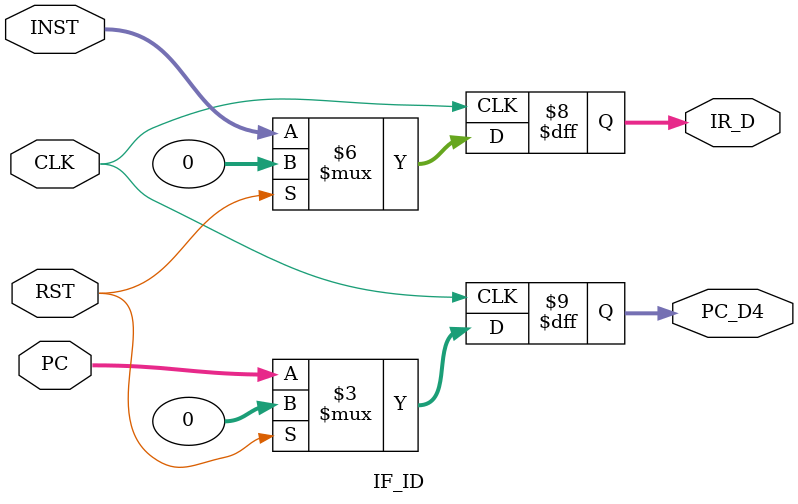
<source format=v>
module IF_ID(INST, PC, IR_D, PC_D4, CLK, RST);

    input CLK;
    input RST;
    input [31:0] INST;
    input [31:0] PC;
    output reg [31:0] IR_D;
    output reg [31:0] PC_D4;

always @(posedge CLK) begin
    if(RST) begin
        IR_D <= 0;
        PC_D4 <= 0;
    end else begin
     IR_D <= INST;
     PC_D4 <= PC;
    end
end



endmodule
</source>
